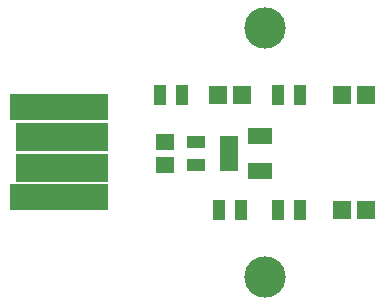
<source format=gts>
G04 #@! TF.GenerationSoftware,KiCad,Pcbnew,(2017-01-24 revision 0b6147e)-makepkg*
G04 #@! TF.CreationDate,2017-09-23T14:32:10-07:00*
G04 #@! TF.ProjectId,LIR2032Charger,4C495232303332436861726765722E6B,rev?*
G04 #@! TF.FileFunction,Soldermask,Top*
G04 #@! TF.FilePolarity,Negative*
%FSLAX46Y46*%
G04 Gerber Fmt 4.6, Leading zero omitted, Abs format (unit mm)*
G04 Created by KiCad (PCBNEW (2017-01-24 revision 0b6147e)-makepkg) date 09/23/17 14:32:10*
%MOMM*%
%LPD*%
G01*
G04 APERTURE LIST*
%ADD10C,0.100000*%
%ADD11C,3.500000*%
%ADD12R,1.650000X1.400000*%
%ADD13R,2.000000X1.400000*%
%ADD14R,8.400000X2.300000*%
%ADD15R,7.900000X2.400000*%
%ADD16R,1.598880X1.598880*%
%ADD17R,1.100000X1.700000*%
%ADD18R,1.500000X1.000000*%
G04 APERTURE END LIST*
D10*
D11*
X126450000Y-84845000D03*
X126450000Y-105955000D03*
D12*
X118000000Y-96500000D03*
X118000000Y-94500000D03*
D13*
X126000000Y-94000000D03*
X126000000Y-97000000D03*
D14*
X109000000Y-99210000D03*
X109000000Y-91590000D03*
D15*
X109250000Y-94100000D03*
X109250000Y-96700000D03*
D16*
X135049020Y-100300000D03*
X132950980Y-100300000D03*
X132950980Y-90500000D03*
X135049020Y-90500000D03*
D17*
X129450000Y-100300000D03*
X127550000Y-100300000D03*
X127550000Y-90500000D03*
X129450000Y-90500000D03*
X124450000Y-100300000D03*
X122550000Y-100300000D03*
X119450000Y-90500000D03*
X117550000Y-90500000D03*
D18*
X123380000Y-94530000D03*
X123380000Y-95480000D03*
X123380000Y-96430000D03*
X120580000Y-96430000D03*
X120580000Y-94530000D03*
D16*
X122450980Y-90500000D03*
X124549020Y-90500000D03*
M02*

</source>
